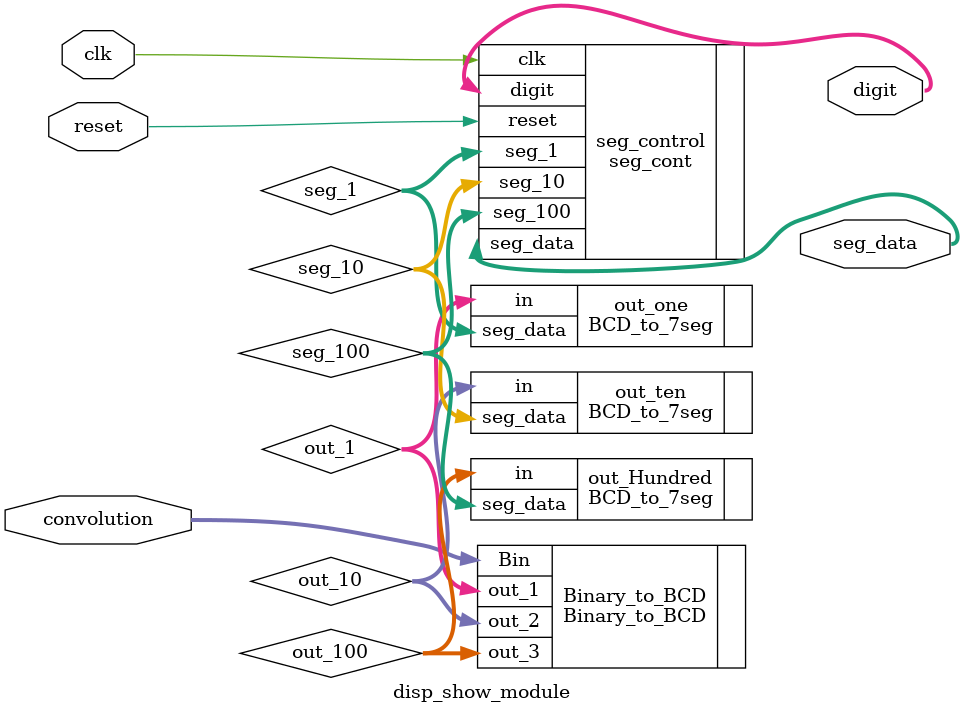
<source format=v>
`timescale 1ns / 1ps

module disp_show_module(
        input clk,
        input reset,
        input [7:0] convolution,
        output [7:0] digit,
        output [7:0] seg_data
);
        wire [3:0] out_100,out_10,out_1;
        Binary_to_BCD Binary_to_BCD (.Bin(convolution), .out_3(out_100), .out_2(out_10), .out_1(out_1));
        
        wire [7:0] seg_100,seg_10,seg_1;
        BCD_to_7seg out_Hundred (.in(out_100) ,.seg_data(seg_100));
        BCD_to_7seg out_ten (.in(out_10) ,.seg_data(seg_10));
        BCD_to_7seg out_one (.in(out_1) ,.seg_data(seg_1));
        
        seg_cont seg_control (.clk(clk), .reset(reset), .seg_100(seg_100), .seg_10(seg_10), .seg_1(seg_1), .digit(digit), .seg_data(seg_data));
        
endmodule

</source>
